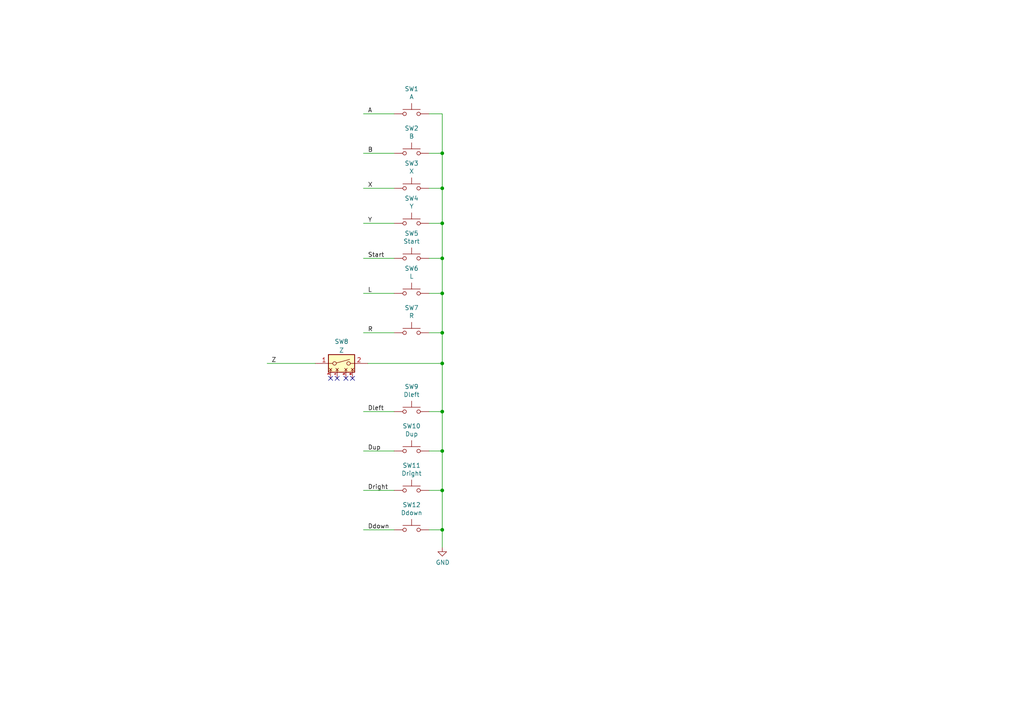
<source format=kicad_sch>
(kicad_sch (version 20211123) (generator eeschema)
  (paper "A4")
  (lib_symbols
    (symbol "PhobGCC_Symbol_Library:SW_DIP_x01" (pin_names (offset 0) hide)
      (property "Reference" "SW" (at 0 3.81 0))
      (property "Value" "SW_DIP_x01" (at -0.127 -5.461 0))
      (symbol "SW_DIP_x01_0_0"
        (circle (center -2.032 0) (radius 0.508))
        (polyline (pts (xy -1.524 0.127) (xy 2.3622 1.1684)))
        (circle (center 2.032 0) (radius 0.508))
      )
      (symbol "SW_DIP_x01_0_1"
        (rectangle (start -3.81 2.54) (end 3.81 -2.54) (stroke (width 0.254)) (fill (type background)))
      )
      (symbol "SW_DIP_x01_1_1"
        (pin passive line (at -7.62 0 0) (length 5.08) (name "~") (number "1"))
        (pin passive line (at 7.62 0 180) (length 5.08) (name "~") (number "2"))
        (pin no_connect line (at -3.175 -1.778 270) (length 2.54) (name "") (number "3"))
        (pin no_connect line (at -1.27 -1.778 270) (length 2.54) (name "") (number "4"))
        (pin no_connect line (at 1.27 -1.778 270) (length 2.54) (name "") (number "5"))
        (pin no_connect line (at 3.175 -1.778 270) (length 2.54) (name "") (number "6"))
      )
    )
    (symbol "Switch:SW_Push" (pin_numbers hide) (pin_names (offset 1.016) hide)
      (property "Reference" "SW" (at 1.27 2.54 0))
      (property "Value" "SW_Push" (at 0 -1.524 0))
      (symbol "SW_Push_0_1"
        (circle (center -2.032 0) (radius 0.508))
        (polyline (pts (xy 0 1.27) (xy 0 3.048)))
        (polyline (pts (xy 2.54 1.27) (xy -2.54 1.27)))
        (circle (center 2.032 0) (radius 0.508))
        (pin passive line (at -5.08 0 0) (length 2.54) (name "1") (number "1"))
        (pin passive line (at 5.08 0 180) (length 2.54) (name "2") (number "2"))
      )
    )
    (symbol "power:GND" (power) (pin_names (offset 0))
      (property "Value" "GND" (at 0 -3.81 0))
      (symbol "GND_0_1"
        (polyline (pts (xy 0 0) (xy 0 -1.27) (xy 1.27 -1.27) (xy 0 -2.54) (xy -1.27 -1.27) (xy 0 -1.27)))
      )
      (symbol "GND_1_1"
        (pin power_in line (at 0 0 270) (length 0) hide (name "GND") (number "1"))
      )
    )
  )
  (junction (at 128.27 64.77))
  (junction (at 128.27 85.09))
  (junction (at 128.27 153.67))
  (junction (at 128.27 54.61))
  (junction (at 128.27 105.41))
  (junction (at 128.27 142.24))
  (junction (at 128.27 96.52))
  (junction (at 128.27 44.45))
  (junction (at 128.27 74.93))
  (junction (at 128.27 119.38))
  (junction (at 128.27 130.81))
  (no_connect (at 95.885 109.728))
  (no_connect (at 97.79 109.728))
  (no_connect (at 102.235 109.728))
  (no_connect (at 100.33 109.728))
  (wire (pts (xy 128.27 74.93) (xy 128.27 64.77)))
  (wire (pts (xy 124.46 153.67) (xy 128.27 153.67)))
  (wire (pts (xy 124.46 130.81) (xy 128.27 130.81)))
  (wire (pts (xy 128.27 54.61) (xy 128.27 44.45)))
  (wire (pts (xy 114.3 96.52) (xy 105.41 96.52)))
  (wire (pts (xy 128.27 85.09) (xy 128.27 74.93)))
  (wire (pts (xy 128.27 130.81) (xy 128.27 142.24)))
  (wire (pts (xy 114.3 153.67) (xy 105.41 153.67)))
  (wire (pts (xy 114.3 130.81) (xy 105.41 130.81)))
  (wire (pts (xy 124.46 44.45) (xy 128.27 44.45)))
  (wire (pts (xy 128.27 142.24) (xy 128.27 153.67)))
  (wire (pts (xy 128.27 96.52) (xy 128.27 105.41)))
  (wire (pts (xy 77.47 105.41) (xy 91.44 105.41)))
  (wire (pts (xy 124.46 119.38) (xy 128.27 119.38)))
  (wire (pts (xy 114.3 54.61) (xy 105.41 54.61)))
  (wire (pts (xy 114.3 74.93) (xy 105.41 74.93)))
  (wire (pts (xy 124.46 64.77) (xy 128.27 64.77)))
  (wire (pts (xy 128.27 119.38) (xy 128.27 130.81)))
  (wire (pts (xy 124.46 142.24) (xy 128.27 142.24)))
  (wire (pts (xy 114.3 119.38) (xy 105.41 119.38)))
  (wire (pts (xy 114.3 33.02) (xy 105.41 33.02)))
  (wire (pts (xy 128.27 105.41) (xy 128.27 119.38)))
  (wire (pts (xy 114.3 44.45) (xy 105.41 44.45)))
  (wire (pts (xy 106.68 105.41) (xy 128.27 105.41)))
  (wire (pts (xy 124.46 74.93) (xy 128.27 74.93)))
  (wire (pts (xy 124.46 85.09) (xy 128.27 85.09)))
  (wire (pts (xy 124.46 54.61) (xy 128.27 54.61)))
  (wire (pts (xy 128.27 96.52) (xy 128.27 85.09)))
  (wire (pts (xy 124.46 96.52) (xy 128.27 96.52)))
  (wire (pts (xy 124.46 33.02) (xy 128.27 33.02)))
  (wire (pts (xy 128.27 33.02) (xy 128.27 44.45)))
  (wire (pts (xy 128.27 153.67) (xy 128.27 158.75)))
  (wire (pts (xy 114.3 142.24) (xy 105.41 142.24)))
  (wire (pts (xy 114.3 85.09) (xy 105.41 85.09)))
  (wire (pts (xy 114.3 64.77) (xy 105.41 64.77)))
  (wire (pts (xy 128.27 64.77) (xy 128.27 54.61)))
  (label "B" (at 106.68 44.45 0))
  (label "Dup" (at 106.68 130.81 0))
  (label "R" (at 106.68 96.52 0))
  (label "Dleft" (at 106.68 119.38 0))
  (label "A" (at 106.68 33.02 0))
  (label "Dright" (at 106.68 142.24 0))
  (label "Start" (at 106.68 74.93 0))
  (label "X" (at 106.68 54.61 0))
  (label "Y" (at 106.68 64.77 0))
  (label "L" (at 106.68 85.09 0))
  (label "Z" (at 78.74 105.41 0))
  (label "Ddown" (at 106.68 153.67 0))
  (symbol (lib_id "Switch:SW_Push") (at 119.38 64.77 0) (unit 1)
    (property "Reference" "SW4" (at 119.38 57.531 0))
    (property "Value" "Y" (at 119.38 59.8424 0))
    (property "Footprint" "PhobGCC_Footprints:ABXY_Contact_Omron_Switch" (effects hide))
  )
  (symbol (lib_id "Switch:SW_Push") (at 119.38 44.45 0) (unit 1)
    (property "Reference" "SW2" (at 119.38 37.211 0))
    (property "Value" "B" (at 119.38 39.5224 0))
    (property "Footprint" "PhobGCC_Footprints:ABXY_Contact_Omron_Switch" (effects hide))
  )
  (symbol (lib_id "Switch:SW_Push") (at 119.38 54.61 0) (unit 1)
    (property "Reference" "SW3" (at 119.38 47.371 0))
    (property "Value" "X" (at 119.38 49.6824 0))
    (property "Footprint" "PhobGCC_Footprints:ABXY_Contact_Omron_Switch" (effects hide))
  )
  (symbol (lib_id "Switch:SW_Push") (at 119.38 96.52 0) (unit 1)
    (property "Reference" "SW7" (at 119.38 89.281 0))
    (property "Value" "R" (at 119.38 91.5924 0))
    (property "Footprint" "PhobGCC_Footprints:Pin_Header_Straight_1x02_Pitch2.54mm" (effects hide))
  )
  (symbol (lib_id "Switch:SW_Push") (at 119.38 85.09 0) (unit 1)
    (property "Reference" "SW6" (at 119.38 77.851 0))
    (property "Value" "L" (at 119.38 80.1624 0))
    (property "Footprint" "PhobGCC_Footprints:Pin_Header_Straight_1x02_Pitch2.54mm" (effects hide))
  )
  (symbol (lib_id "PhobGCC_Symbol_Library:SW_DIP_x01") (at 99.06 105.41 0) (unit 1)
    (property "Reference" "SW8" (at 99.06 99.06 0))
    (property "Value" "Z" (at 99.06 101.6 0))
    (property "Footprint" "PhobGCC_Footprints:Z_Switch_Edge_Omron" (effects hide))
    (property "Configuration_Pole-Throw" "Single Pole - Single Throw" (effects hide))
    (property "Contact_Current_Rating" "50 mA" (effects hide))
    (property "Comment" "1825027-5" (effects hide))
    (property "EU_RoHS_Compliance" "Compliant" (effects hide))
  )
  (symbol (lib_id "Switch:SW_Push") (at 119.38 74.93 0) (unit 1)
    (property "Reference" "SW5" (at 119.38 67.691 0))
    (property "Value" "Start" (at 119.38 70.0024 0))
    (property "Footprint" "PhobGCC_Footprints:Start_Contact" (effects hide))
  )
  (symbol (lib_id "Switch:SW_Push") (at 119.38 153.67 0) (unit 1)
    (property "Reference" "SW12" (at 119.38 146.431 0))
    (property "Value" "Ddown" (at 119.38 148.7424 0))
    (property "Footprint" "PhobGCC_Footprints:Dpad_Contact_TL3315NF_2" (effects hide))
  )
  (symbol (lib_id "power:GND") (at 128.27 158.75 0) (unit 1)
    (property "Reference" "#PWR?" (effects hide))
    (property "Value" "GND" (at 128.397 163.1442 0))
  )
  (symbol (lib_id "Switch:SW_Push") (at 119.38 130.81 0) (unit 1)
    (property "Reference" "SW10" (at 119.38 123.571 0))
    (property "Value" "Dup" (at 119.38 125.8824 0))
    (property "Footprint" "PhobGCC_Footprints:Dpad_Contact_TL3315NF_2" (effects hide))
  )
  (symbol (lib_id "Switch:SW_Push") (at 119.38 119.38 0) (unit 1)
    (property "Reference" "SW9" (at 119.38 112.141 0))
    (property "Value" "Dleft" (at 119.38 114.4524 0))
    (property "Footprint" "PhobGCC_Footprints:Dpad_Contact_TL3315NF_2" (effects hide))
  )
  (symbol (lib_id "Switch:SW_Push") (at 119.38 142.24 0) (unit 1)
    (property "Reference" "SW11" (at 119.38 135.001 0))
    (property "Value" "Dright" (at 119.38 137.3124 0))
    (property "Footprint" "PhobGCC_Footprints:Dpad_Contact_TL3315NF_2" (effects hide))
  )
  (symbol (lib_id "Switch:SW_Push") (at 119.38 33.02 0) (unit 1)
    (property "Reference" "SW1" (at 119.38 25.781 0))
    (property "Value" "A" (at 119.38 28.0924 0))
    (property "Footprint" "PhobGCC_Footprints:ABXY_Contact_Omron_Switch" (effects hide))
  )
)
</source>
